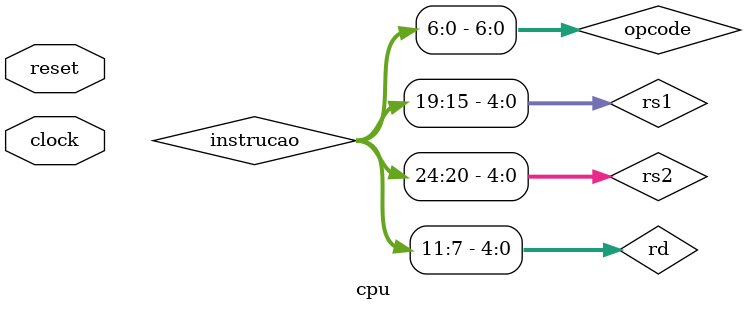
<source format=v>
module cpu (
    input wire clock,
    input wire reset
);

    // PC e Instrução
    wire [31:0] pc, pc_prox, pc_plus4;
    wire [31:0] instrucao;

    assign pc_plus4 = pc + 32'd4;

    pc pc_reg(
        .clock(clock),
        .reset(reset),
        .pc_prox(pc_prox),
        .pc(pc)
    );

    instruction_memory InstMem (
        .endereco(pc),
        .instrucao(instrucao)
    );

    // Decodificação
    wire [6:0] opcode = instrucao[6:0];
    wire [4:0] rd     = instrucao[11:7];
    wire [2:0] funct3 = instrucao[14:12];
    wire [4:0] rs1    = instrucao[19:15];
    wire [4:0] rs2    = instrucao[24:20];
    wire [6:0] funct7 = instrucao[31:25];

    wire [31:0] read_data1, read_data2;
    wire [31:0] immediate;

    wire Branch, MemRead, MemWrite, ALUSrc, RegWrite;
    wire MemtoReg;
    wire [1:0] ALUOp; 


    control ctrl(
        .opcode(opcode),
        .Branch(Branch),
        .MemRead(MemRead),
        .MemtoReg(MemtoReg),
        .MemWrite(MemWrite),
        .ALUSrc(ALUSrc),
        .RegWrite(RegWrite),
        .ALUOp(ALUOp)
    );

    register registradores(
        .clock(clock),
        .RegWrite(RegWrite),
        .rs1(rs1),
        .rs2(rs2),
        .rd(rd),
        .write_data(write_back_data),
        .read_data1(read_data1),
        .read_data2(read_data2)
    );

    imm_gen immGen(
        .instrucao(instrucao),
        .immediate(immediate)
    );

    // ALU
    wire [3:0] alu_control;
    wire [31:0] alu_entrada2 = ALUSrc ? immediate : read_data2;
    wire [31:0] alu_result;
    wire zero;

    alu_control aluCtrl(
        .aluOp(ALUOp),
        .funct3(funct3),
        .funct7(funct7),
        .alu_control(alu_control)
    );

    alu alu(
        .entrada1(read_data1),
        .entrada2(alu_entrada2),
        .alu_control(alu_control),
        .resultado(alu_result),
        .zero(zero)
    );

    // Memória de Dados
    wire [31:0] MemRead_data;

    data_memory dataMem(
        .clock(clock),
        .MemRead(MemRead),
        .MemWrite(MemWrite),
        .endereco(alu_result),
        .write_data(read_data2),
        .read_data(MemRead_data)
    );

    // Write Back
    wire [31:0] write_back_data;

    mux2 #(.WIDTH(32)) write_back_mux(
        .seletor(MemtoReg),
        .entrada1(alu_result),
        .entrada2(MemRead_data),
        .saida(write_back_data)
    );

    // Controle de Desvio (Branch)
    wire [31:0] branch_alvo = pc + immediate;
    wire branch_taken = Branch & zero;

    mux2 #(.WIDTH(32)) pc_mux(
        .seletor(branch_taken),
        .entrada1(pc_plus4),
        .entrada2(branch_alvo),
        .saida(pc_prox)
    );

endmodule

</source>
